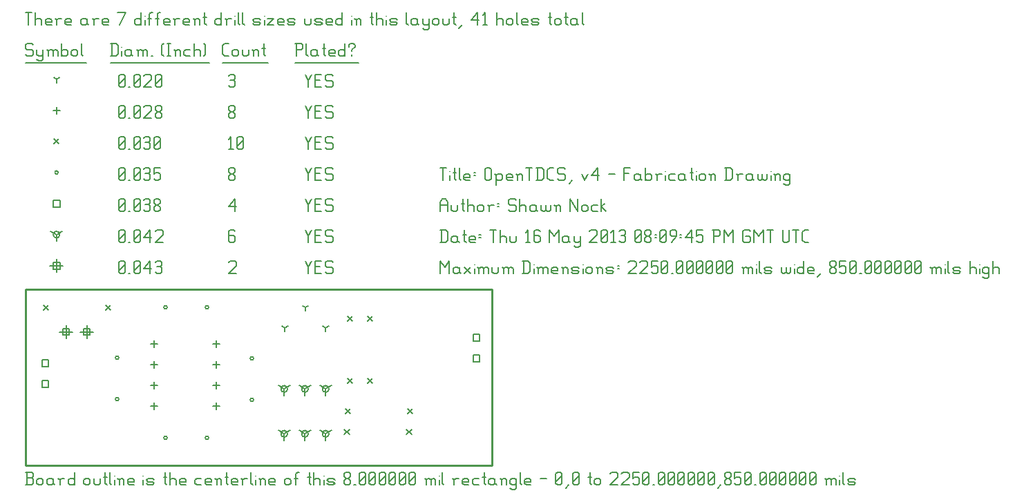
<source format=gbr>
G04 start of page 12 for group -3984 idx -3984 *
G04 Title: OpenTDCS, v4, fab *
G04 Creator: pcb 1.99z *
G04 CreationDate: Thu 16 May 2013 08:09:45 PM GMT UTC *
G04 For: nock *
G04 Format: Gerber/RS-274X *
G04 PCB-Dimensions (mil): 2250.00 850.00 *
G04 PCB-Coordinate-Origin: lower left *
%MOIN*%
%FSLAX25Y25*%
%LNFAB*%
%ADD70C,0.0100*%
%ADD69C,0.0075*%
%ADD68C,0.0060*%
%ADD67C,0.0080*%
G54D67*X19606Y67531D02*Y61131D01*
X16406Y64331D02*X22806D01*
X18006Y65931D02*X21206D01*
X18006D02*Y62731D01*
X21206D01*
Y65931D02*Y62731D01*
X29606Y67531D02*Y61131D01*
X26406Y64331D02*X32806D01*
X28006Y65931D02*X31206D01*
X28006D02*Y62731D01*
X31206D01*
Y65931D02*Y62731D01*
X15000Y99450D02*Y93050D01*
X11800Y96250D02*X18200D01*
X13400Y97850D02*X16600D01*
X13400D02*Y94650D01*
X16600D01*
Y97850D02*Y94650D01*
G54D68*X135000Y98500D02*X136500Y95500D01*
X138000Y98500D01*
X136500Y95500D02*Y92500D01*
X139800Y95800D02*X142050D01*
X139800Y92500D02*X142800D01*
X139800Y98500D02*Y92500D01*
Y98500D02*X142800D01*
X147600D02*X148350Y97750D01*
X145350Y98500D02*X147600D01*
X144600Y97750D02*X145350Y98500D01*
X144600Y97750D02*Y96250D01*
X145350Y95500D01*
X147600D01*
X148350Y94750D01*
Y93250D01*
X147600Y92500D02*X148350Y93250D01*
X145350Y92500D02*X147600D01*
X144600Y93250D02*X145350Y92500D01*
X98000Y97750D02*X98750Y98500D01*
X101000D01*
X101750Y97750D01*
Y96250D01*
X98000Y92500D02*X101750Y96250D01*
X98000Y92500D02*X101750D01*
X45000Y93250D02*X45750Y92500D01*
X45000Y97750D02*Y93250D01*
Y97750D02*X45750Y98500D01*
X47250D01*
X48000Y97750D01*
Y93250D01*
X47250Y92500D02*X48000Y93250D01*
X45750Y92500D02*X47250D01*
X45000Y94000D02*X48000Y97000D01*
X49800Y92500D02*X50550D01*
X52350Y93250D02*X53100Y92500D01*
X52350Y97750D02*Y93250D01*
Y97750D02*X53100Y98500D01*
X54600D01*
X55350Y97750D01*
Y93250D01*
X54600Y92500D02*X55350Y93250D01*
X53100Y92500D02*X54600D01*
X52350Y94000D02*X55350Y97000D01*
X57150Y94750D02*X60150Y98500D01*
X57150Y94750D02*X60900D01*
X60150Y98500D02*Y92500D01*
X62700Y97750D02*X63450Y98500D01*
X64950D01*
X65700Y97750D01*
X64950Y92500D02*X65700Y93250D01*
X63450Y92500D02*X64950D01*
X62700Y93250D02*X63450Y92500D01*
Y95800D02*X64950D01*
X65700Y97750D02*Y96550D01*
Y95050D02*Y93250D01*
Y95050D02*X64950Y95800D01*
X65700Y96550D02*X64950Y95800D01*
X124843Y36772D02*Y33572D01*
Y36772D02*X127616Y38372D01*
X124843Y36772D02*X122069Y38372D01*
X123243Y36772D02*G75*G03X126443Y36772I1600J0D01*G01*
G75*G03X123243Y36772I-1600J0D01*G01*
X134843D02*Y33572D01*
Y36772D02*X137616Y38372D01*
X134843Y36772D02*X132069Y38372D01*
X133243Y36772D02*G75*G03X136443Y36772I1600J0D01*G01*
G75*G03X133243Y36772I-1600J0D01*G01*
X144843D02*Y33572D01*
Y36772D02*X147616Y38372D01*
X144843Y36772D02*X142069Y38372D01*
X143243Y36772D02*G75*G03X146443Y36772I1600J0D01*G01*
G75*G03X143243Y36772I-1600J0D01*G01*
X144843Y15118D02*Y11918D01*
Y15118D02*X147616Y16718D01*
X144843Y15118D02*X142069Y16718D01*
X143243Y15118D02*G75*G03X146443Y15118I1600J0D01*G01*
G75*G03X143243Y15118I-1600J0D01*G01*
X134843D02*Y11918D01*
Y15118D02*X137616Y16718D01*
X134843Y15118D02*X132069Y16718D01*
X133243Y15118D02*G75*G03X136443Y15118I1600J0D01*G01*
G75*G03X133243Y15118I-1600J0D01*G01*
X124843D02*Y11918D01*
Y15118D02*X127616Y16718D01*
X124843Y15118D02*X122069Y16718D01*
X123243Y15118D02*G75*G03X126443Y15118I1600J0D01*G01*
G75*G03X123243Y15118I-1600J0D01*G01*
X15000Y111250D02*Y108050D01*
Y111250D02*X17773Y112850D01*
X15000Y111250D02*X12227Y112850D01*
X13400Y111250D02*G75*G03X16600Y111250I1600J0D01*G01*
G75*G03X13400Y111250I-1600J0D01*G01*
X135000Y113500D02*X136500Y110500D01*
X138000Y113500D01*
X136500Y110500D02*Y107500D01*
X139800Y110800D02*X142050D01*
X139800Y107500D02*X142800D01*
X139800Y113500D02*Y107500D01*
Y113500D02*X142800D01*
X147600D02*X148350Y112750D01*
X145350Y113500D02*X147600D01*
X144600Y112750D02*X145350Y113500D01*
X144600Y112750D02*Y111250D01*
X145350Y110500D01*
X147600D01*
X148350Y109750D01*
Y108250D01*
X147600Y107500D02*X148350Y108250D01*
X145350Y107500D02*X147600D01*
X144600Y108250D02*X145350Y107500D01*
X100250Y113500D02*X101000Y112750D01*
X98750Y113500D02*X100250D01*
X98000Y112750D02*X98750Y113500D01*
X98000Y112750D02*Y108250D01*
X98750Y107500D01*
X100250Y110800D02*X101000Y110050D01*
X98000Y110800D02*X100250D01*
X98750Y107500D02*X100250D01*
X101000Y108250D01*
Y110050D02*Y108250D01*
X45000D02*X45750Y107500D01*
X45000Y112750D02*Y108250D01*
Y112750D02*X45750Y113500D01*
X47250D01*
X48000Y112750D01*
Y108250D01*
X47250Y107500D02*X48000Y108250D01*
X45750Y107500D02*X47250D01*
X45000Y109000D02*X48000Y112000D01*
X49800Y107500D02*X50550D01*
X52350Y108250D02*X53100Y107500D01*
X52350Y112750D02*Y108250D01*
Y112750D02*X53100Y113500D01*
X54600D01*
X55350Y112750D01*
Y108250D01*
X54600Y107500D02*X55350Y108250D01*
X53100Y107500D02*X54600D01*
X52350Y109000D02*X55350Y112000D01*
X57150Y109750D02*X60150Y113500D01*
X57150Y109750D02*X60900D01*
X60150Y113500D02*Y107500D01*
X62700Y112750D02*X63450Y113500D01*
X65700D01*
X66450Y112750D01*
Y111250D01*
X62700Y107500D02*X66450Y111250D01*
X62700Y107500D02*X66450D01*
X215920Y53135D02*X219120D01*
X215920D02*Y49935D01*
X219120D01*
Y53135D02*Y49935D01*
X215920Y63135D02*X219120D01*
X215920D02*Y59935D01*
X219120D01*
Y63135D02*Y59935D01*
X7908Y50695D02*X11108D01*
X7908D02*Y47495D01*
X11108D01*
Y50695D02*Y47495D01*
X7908Y40695D02*X11108D01*
X7908D02*Y37495D01*
X11108D01*
Y40695D02*Y37495D01*
X13400Y127850D02*X16600D01*
X13400D02*Y124650D01*
X16600D01*
Y127850D02*Y124650D01*
X135000Y128500D02*X136500Y125500D01*
X138000Y128500D01*
X136500Y125500D02*Y122500D01*
X139800Y125800D02*X142050D01*
X139800Y122500D02*X142800D01*
X139800Y128500D02*Y122500D01*
Y128500D02*X142800D01*
X147600D02*X148350Y127750D01*
X145350Y128500D02*X147600D01*
X144600Y127750D02*X145350Y128500D01*
X144600Y127750D02*Y126250D01*
X145350Y125500D01*
X147600D01*
X148350Y124750D01*
Y123250D01*
X147600Y122500D02*X148350Y123250D01*
X145350Y122500D02*X147600D01*
X144600Y123250D02*X145350Y122500D01*
X98000Y124750D02*X101000Y128500D01*
X98000Y124750D02*X101750D01*
X101000Y128500D02*Y122500D01*
X45000Y123250D02*X45750Y122500D01*
X45000Y127750D02*Y123250D01*
Y127750D02*X45750Y128500D01*
X47250D01*
X48000Y127750D01*
Y123250D01*
X47250Y122500D02*X48000Y123250D01*
X45750Y122500D02*X47250D01*
X45000Y124000D02*X48000Y127000D01*
X49800Y122500D02*X50550D01*
X52350Y123250D02*X53100Y122500D01*
X52350Y127750D02*Y123250D01*
Y127750D02*X53100Y128500D01*
X54600D01*
X55350Y127750D01*
Y123250D01*
X54600Y122500D02*X55350Y123250D01*
X53100Y122500D02*X54600D01*
X52350Y124000D02*X55350Y127000D01*
X57150Y127750D02*X57900Y128500D01*
X59400D01*
X60150Y127750D01*
X59400Y122500D02*X60150Y123250D01*
X57900Y122500D02*X59400D01*
X57150Y123250D02*X57900Y122500D01*
Y125800D02*X59400D01*
X60150Y127750D02*Y126550D01*
Y125050D02*Y123250D01*
Y125050D02*X59400Y125800D01*
X60150Y126550D02*X59400Y125800D01*
X61950Y123250D02*X62700Y122500D01*
X61950Y124450D02*Y123250D01*
Y124450D02*X63000Y125500D01*
X63900D01*
X64950Y124450D01*
Y123250D01*
X64200Y122500D02*X64950Y123250D01*
X62700Y122500D02*X64200D01*
X61950Y126550D02*X63000Y125500D01*
X61950Y127750D02*Y126550D01*
Y127750D02*X62700Y128500D01*
X64200D01*
X64950Y127750D01*
Y126550D01*
X63900Y125500D02*X64950Y126550D01*
X108452Y51535D02*G75*G03X110052Y51535I800J0D01*G01*
G75*G03X108452Y51535I-800J0D01*G01*
Y31535D02*G75*G03X110052Y31535I800J0D01*G01*
G75*G03X108452Y31535I-800J0D01*G01*
X43491Y31850D02*G75*G03X45091Y31850I800J0D01*G01*
G75*G03X43491Y31850I-800J0D01*G01*
Y51850D02*G75*G03X45091Y51850I800J0D01*G01*
G75*G03X43491Y51850I-800J0D01*G01*
X86798Y76142D02*G75*G03X88398Y76142I800J0D01*G01*
G75*G03X86798Y76142I-800J0D01*G01*
X66798D02*G75*G03X68398Y76142I800J0D01*G01*
G75*G03X66798Y76142I-800J0D01*G01*
X86798Y13150D02*G75*G03X88398Y13150I800J0D01*G01*
G75*G03X86798Y13150I-800J0D01*G01*
X66798D02*G75*G03X68398Y13150I800J0D01*G01*
G75*G03X66798Y13150I-800J0D01*G01*
X14200Y141250D02*G75*G03X15800Y141250I800J0D01*G01*
G75*G03X14200Y141250I-800J0D01*G01*
X135000Y143500D02*X136500Y140500D01*
X138000Y143500D01*
X136500Y140500D02*Y137500D01*
X139800Y140800D02*X142050D01*
X139800Y137500D02*X142800D01*
X139800Y143500D02*Y137500D01*
Y143500D02*X142800D01*
X147600D02*X148350Y142750D01*
X145350Y143500D02*X147600D01*
X144600Y142750D02*X145350Y143500D01*
X144600Y142750D02*Y141250D01*
X145350Y140500D01*
X147600D01*
X148350Y139750D01*
Y138250D01*
X147600Y137500D02*X148350Y138250D01*
X145350Y137500D02*X147600D01*
X144600Y138250D02*X145350Y137500D01*
X98000Y138250D02*X98750Y137500D01*
X98000Y139450D02*Y138250D01*
Y139450D02*X99050Y140500D01*
X99950D01*
X101000Y139450D01*
Y138250D01*
X100250Y137500D02*X101000Y138250D01*
X98750Y137500D02*X100250D01*
X98000Y141550D02*X99050Y140500D01*
X98000Y142750D02*Y141550D01*
Y142750D02*X98750Y143500D01*
X100250D01*
X101000Y142750D01*
Y141550D01*
X99950Y140500D02*X101000Y141550D01*
X45000Y138250D02*X45750Y137500D01*
X45000Y142750D02*Y138250D01*
Y142750D02*X45750Y143500D01*
X47250D01*
X48000Y142750D01*
Y138250D01*
X47250Y137500D02*X48000Y138250D01*
X45750Y137500D02*X47250D01*
X45000Y139000D02*X48000Y142000D01*
X49800Y137500D02*X50550D01*
X52350Y138250D02*X53100Y137500D01*
X52350Y142750D02*Y138250D01*
Y142750D02*X53100Y143500D01*
X54600D01*
X55350Y142750D01*
Y138250D01*
X54600Y137500D02*X55350Y138250D01*
X53100Y137500D02*X54600D01*
X52350Y139000D02*X55350Y142000D01*
X57150Y142750D02*X57900Y143500D01*
X59400D01*
X60150Y142750D01*
X59400Y137500D02*X60150Y138250D01*
X57900Y137500D02*X59400D01*
X57150Y138250D02*X57900Y137500D01*
Y140800D02*X59400D01*
X60150Y142750D02*Y141550D01*
Y140050D02*Y138250D01*
Y140050D02*X59400Y140800D01*
X60150Y141550D02*X59400Y140800D01*
X61950Y143500D02*X64950D01*
X61950D02*Y140500D01*
X62700Y141250D01*
X64200D01*
X64950Y140500D01*
Y138250D01*
X64200Y137500D02*X64950Y138250D01*
X62700Y137500D02*X64200D01*
X61950Y138250D02*X62700Y137500D01*
X8643Y77342D02*X11043Y74942D01*
X8643D02*X11043Y77342D01*
X38643D02*X41043Y74942D01*
X38643D02*X41043Y77342D01*
X155296Y41909D02*X157696Y39509D01*
X155296D02*X157696Y41909D01*
X155296Y71909D02*X157696Y69509D01*
X155296D02*X157696Y71909D01*
X165139D02*X167539Y69509D01*
X165139D02*X167539Y71909D01*
X165139Y41909D02*X167539Y39509D01*
X165139D02*X167539Y41909D01*
X183839Y17302D02*X186239Y14902D01*
X183839D02*X186239Y17302D01*
X153839D02*X156239Y14902D01*
X153839D02*X156239Y17302D01*
X154312Y27145D02*X156712Y24745D01*
X154312D02*X156712Y27145D01*
X184312D02*X186712Y24745D01*
X184312D02*X186712Y27145D01*
X13800Y157450D02*X16200Y155050D01*
X13800D02*X16200Y157450D01*
X135000Y158500D02*X136500Y155500D01*
X138000Y158500D01*
X136500Y155500D02*Y152500D01*
X139800Y155800D02*X142050D01*
X139800Y152500D02*X142800D01*
X139800Y158500D02*Y152500D01*
Y158500D02*X142800D01*
X147600D02*X148350Y157750D01*
X145350Y158500D02*X147600D01*
X144600Y157750D02*X145350Y158500D01*
X144600Y157750D02*Y156250D01*
X145350Y155500D01*
X147600D01*
X148350Y154750D01*
Y153250D01*
X147600Y152500D02*X148350Y153250D01*
X145350Y152500D02*X147600D01*
X144600Y153250D02*X145350Y152500D01*
X98000Y157300D02*X99200Y158500D01*
Y152500D01*
X98000D02*X100250D01*
X102050Y153250D02*X102800Y152500D01*
X102050Y157750D02*Y153250D01*
Y157750D02*X102800Y158500D01*
X104300D01*
X105050Y157750D01*
Y153250D01*
X104300Y152500D02*X105050Y153250D01*
X102800Y152500D02*X104300D01*
X102050Y154000D02*X105050Y157000D01*
X45000Y153250D02*X45750Y152500D01*
X45000Y157750D02*Y153250D01*
Y157750D02*X45750Y158500D01*
X47250D01*
X48000Y157750D01*
Y153250D01*
X47250Y152500D02*X48000Y153250D01*
X45750Y152500D02*X47250D01*
X45000Y154000D02*X48000Y157000D01*
X49800Y152500D02*X50550D01*
X52350Y153250D02*X53100Y152500D01*
X52350Y157750D02*Y153250D01*
Y157750D02*X53100Y158500D01*
X54600D01*
X55350Y157750D01*
Y153250D01*
X54600Y152500D02*X55350Y153250D01*
X53100Y152500D02*X54600D01*
X52350Y154000D02*X55350Y157000D01*
X57150Y157750D02*X57900Y158500D01*
X59400D01*
X60150Y157750D01*
X59400Y152500D02*X60150Y153250D01*
X57900Y152500D02*X59400D01*
X57150Y153250D02*X57900Y152500D01*
Y155800D02*X59400D01*
X60150Y157750D02*Y156550D01*
Y155050D02*Y153250D01*
Y155050D02*X59400Y155800D01*
X60150Y156550D02*X59400Y155800D01*
X61950Y153250D02*X62700Y152500D01*
X61950Y157750D02*Y153250D01*
Y157750D02*X62700Y158500D01*
X64200D01*
X64950Y157750D01*
Y153250D01*
X64200Y152500D02*X64950Y153250D01*
X62700Y152500D02*X64200D01*
X61950Y154000D02*X64950Y157000D01*
X62008Y60025D02*Y56825D01*
X60408Y58425D02*X63608D01*
X62008Y50025D02*Y46825D01*
X60408Y48425D02*X63608D01*
X62008Y40025D02*Y36825D01*
X60408Y38425D02*X63608D01*
X62008Y30025D02*Y26825D01*
X60408Y28425D02*X63608D01*
X92008Y30025D02*Y26825D01*
X90408Y28425D02*X93608D01*
X92008Y40025D02*Y36825D01*
X90408Y38425D02*X93608D01*
X92008Y50025D02*Y46825D01*
X90408Y48425D02*X93608D01*
X92008Y60025D02*Y56825D01*
X90408Y58425D02*X93608D01*
X15000Y172850D02*Y169650D01*
X13400Y171250D02*X16600D01*
X135000Y173500D02*X136500Y170500D01*
X138000Y173500D01*
X136500Y170500D02*Y167500D01*
X139800Y170800D02*X142050D01*
X139800Y167500D02*X142800D01*
X139800Y173500D02*Y167500D01*
Y173500D02*X142800D01*
X147600D02*X148350Y172750D01*
X145350Y173500D02*X147600D01*
X144600Y172750D02*X145350Y173500D01*
X144600Y172750D02*Y171250D01*
X145350Y170500D01*
X147600D01*
X148350Y169750D01*
Y168250D01*
X147600Y167500D02*X148350Y168250D01*
X145350Y167500D02*X147600D01*
X144600Y168250D02*X145350Y167500D01*
X98000Y168250D02*X98750Y167500D01*
X98000Y169450D02*Y168250D01*
Y169450D02*X99050Y170500D01*
X99950D01*
X101000Y169450D01*
Y168250D01*
X100250Y167500D02*X101000Y168250D01*
X98750Y167500D02*X100250D01*
X98000Y171550D02*X99050Y170500D01*
X98000Y172750D02*Y171550D01*
Y172750D02*X98750Y173500D01*
X100250D01*
X101000Y172750D01*
Y171550D01*
X99950Y170500D02*X101000Y171550D01*
X45000Y168250D02*X45750Y167500D01*
X45000Y172750D02*Y168250D01*
Y172750D02*X45750Y173500D01*
X47250D01*
X48000Y172750D01*
Y168250D01*
X47250Y167500D02*X48000Y168250D01*
X45750Y167500D02*X47250D01*
X45000Y169000D02*X48000Y172000D01*
X49800Y167500D02*X50550D01*
X52350Y168250D02*X53100Y167500D01*
X52350Y172750D02*Y168250D01*
Y172750D02*X53100Y173500D01*
X54600D01*
X55350Y172750D01*
Y168250D01*
X54600Y167500D02*X55350Y168250D01*
X53100Y167500D02*X54600D01*
X52350Y169000D02*X55350Y172000D01*
X57150Y172750D02*X57900Y173500D01*
X60150D01*
X60900Y172750D01*
Y171250D01*
X57150Y167500D02*X60900Y171250D01*
X57150Y167500D02*X60900D01*
X62700Y168250D02*X63450Y167500D01*
X62700Y169450D02*Y168250D01*
Y169450D02*X63750Y170500D01*
X64650D01*
X65700Y169450D01*
Y168250D01*
X64950Y167500D02*X65700Y168250D01*
X63450Y167500D02*X64950D01*
X62700Y171550D02*X63750Y170500D01*
X62700Y172750D02*Y171550D01*
Y172750D02*X63450Y173500D01*
X64950D01*
X65700Y172750D01*
Y171550D01*
X64650Y170500D02*X65700Y171550D01*
X125190Y66235D02*Y64635D01*
Y66235D02*X126577Y67035D01*
X125190Y66235D02*X123803Y67035D01*
X144875Y66235D02*Y64635D01*
Y66235D02*X146262Y67035D01*
X144875Y66235D02*X143489Y67035D01*
X135033Y76078D02*Y74478D01*
Y76078D02*X136419Y76878D01*
X135033Y76078D02*X133646Y76878D01*
X15000Y186250D02*Y184650D01*
Y186250D02*X16387Y187050D01*
X15000Y186250D02*X13613Y187050D01*
X135000Y188500D02*X136500Y185500D01*
X138000Y188500D01*
X136500Y185500D02*Y182500D01*
X139800Y185800D02*X142050D01*
X139800Y182500D02*X142800D01*
X139800Y188500D02*Y182500D01*
Y188500D02*X142800D01*
X147600D02*X148350Y187750D01*
X145350Y188500D02*X147600D01*
X144600Y187750D02*X145350Y188500D01*
X144600Y187750D02*Y186250D01*
X145350Y185500D01*
X147600D01*
X148350Y184750D01*
Y183250D01*
X147600Y182500D02*X148350Y183250D01*
X145350Y182500D02*X147600D01*
X144600Y183250D02*X145350Y182500D01*
X98000Y187750D02*X98750Y188500D01*
X100250D01*
X101000Y187750D01*
X100250Y182500D02*X101000Y183250D01*
X98750Y182500D02*X100250D01*
X98000Y183250D02*X98750Y182500D01*
Y185800D02*X100250D01*
X101000Y187750D02*Y186550D01*
Y185050D02*Y183250D01*
Y185050D02*X100250Y185800D01*
X101000Y186550D02*X100250Y185800D01*
X45000Y183250D02*X45750Y182500D01*
X45000Y187750D02*Y183250D01*
Y187750D02*X45750Y188500D01*
X47250D01*
X48000Y187750D01*
Y183250D01*
X47250Y182500D02*X48000Y183250D01*
X45750Y182500D02*X47250D01*
X45000Y184000D02*X48000Y187000D01*
X49800Y182500D02*X50550D01*
X52350Y183250D02*X53100Y182500D01*
X52350Y187750D02*Y183250D01*
Y187750D02*X53100Y188500D01*
X54600D01*
X55350Y187750D01*
Y183250D01*
X54600Y182500D02*X55350Y183250D01*
X53100Y182500D02*X54600D01*
X52350Y184000D02*X55350Y187000D01*
X57150Y187750D02*X57900Y188500D01*
X60150D01*
X60900Y187750D01*
Y186250D01*
X57150Y182500D02*X60900Y186250D01*
X57150Y182500D02*X60900D01*
X62700Y183250D02*X63450Y182500D01*
X62700Y187750D02*Y183250D01*
Y187750D02*X63450Y188500D01*
X64950D01*
X65700Y187750D01*
Y183250D01*
X64950Y182500D02*X65700Y183250D01*
X63450Y182500D02*X64950D01*
X62700Y184000D02*X65700Y187000D01*
X3000Y203500D02*X3750Y202750D01*
X750Y203500D02*X3000D01*
X0Y202750D02*X750Y203500D01*
X0Y202750D02*Y201250D01*
X750Y200500D01*
X3000D01*
X3750Y199750D01*
Y198250D01*
X3000Y197500D02*X3750Y198250D01*
X750Y197500D02*X3000D01*
X0Y198250D02*X750Y197500D01*
X5550Y200500D02*Y198250D01*
X6300Y197500D01*
X8550Y200500D02*Y196000D01*
X7800Y195250D02*X8550Y196000D01*
X6300Y195250D02*X7800D01*
X5550Y196000D02*X6300Y195250D01*
Y197500D02*X7800D01*
X8550Y198250D01*
X11100Y199750D02*Y197500D01*
Y199750D02*X11850Y200500D01*
X12600D01*
X13350Y199750D01*
Y197500D01*
Y199750D02*X14100Y200500D01*
X14850D01*
X15600Y199750D01*
Y197500D01*
X10350Y200500D02*X11100Y199750D01*
X17400Y203500D02*Y197500D01*
Y198250D02*X18150Y197500D01*
X19650D01*
X20400Y198250D01*
Y199750D02*Y198250D01*
X19650Y200500D02*X20400Y199750D01*
X18150Y200500D02*X19650D01*
X17400Y199750D02*X18150Y200500D01*
X22200Y199750D02*Y198250D01*
Y199750D02*X22950Y200500D01*
X24450D01*
X25200Y199750D01*
Y198250D01*
X24450Y197500D02*X25200Y198250D01*
X22950Y197500D02*X24450D01*
X22200Y198250D02*X22950Y197500D01*
X27000Y203500D02*Y198250D01*
X27750Y197500D01*
X0Y194250D02*X29250D01*
X41750Y203500D02*Y197500D01*
X43700Y203500D02*X44750Y202450D01*
Y198550D01*
X43700Y197500D02*X44750Y198550D01*
X41000Y197500D02*X43700D01*
X41000Y203500D02*X43700D01*
G54D69*X46550Y202000D02*Y201850D01*
G54D68*Y199750D02*Y197500D01*
X50300Y200500D02*X51050Y199750D01*
X48800Y200500D02*X50300D01*
X48050Y199750D02*X48800Y200500D01*
X48050Y199750D02*Y198250D01*
X48800Y197500D01*
X51050Y200500D02*Y198250D01*
X51800Y197500D01*
X48800D02*X50300D01*
X51050Y198250D01*
X54350Y199750D02*Y197500D01*
Y199750D02*X55100Y200500D01*
X55850D01*
X56600Y199750D01*
Y197500D01*
Y199750D02*X57350Y200500D01*
X58100D01*
X58850Y199750D01*
Y197500D01*
X53600Y200500D02*X54350Y199750D01*
X60650Y197500D02*X61400D01*
X65900Y198250D02*X66650Y197500D01*
X65900Y202750D02*X66650Y203500D01*
X65900Y202750D02*Y198250D01*
X68450Y203500D02*X69950D01*
X69200D02*Y197500D01*
X68450D02*X69950D01*
X72500Y199750D02*Y197500D01*
Y199750D02*X73250Y200500D01*
X74000D01*
X74750Y199750D01*
Y197500D01*
X71750Y200500D02*X72500Y199750D01*
X77300Y200500D02*X79550D01*
X76550Y199750D02*X77300Y200500D01*
X76550Y199750D02*Y198250D01*
X77300Y197500D01*
X79550D01*
X81350Y203500D02*Y197500D01*
Y199750D02*X82100Y200500D01*
X83600D01*
X84350Y199750D01*
Y197500D01*
X86150Y203500D02*X86900Y202750D01*
Y198250D01*
X86150Y197500D02*X86900Y198250D01*
X41000Y194250D02*X88700D01*
X96050Y197500D02*X98000D01*
X95000Y198550D02*X96050Y197500D01*
X95000Y202450D02*Y198550D01*
Y202450D02*X96050Y203500D01*
X98000D01*
X99800Y199750D02*Y198250D01*
Y199750D02*X100550Y200500D01*
X102050D01*
X102800Y199750D01*
Y198250D01*
X102050Y197500D02*X102800Y198250D01*
X100550Y197500D02*X102050D01*
X99800Y198250D02*X100550Y197500D01*
X104600Y200500D02*Y198250D01*
X105350Y197500D01*
X106850D01*
X107600Y198250D01*
Y200500D02*Y198250D01*
X110150Y199750D02*Y197500D01*
Y199750D02*X110900Y200500D01*
X111650D01*
X112400Y199750D01*
Y197500D01*
X109400Y200500D02*X110150Y199750D01*
X114950Y203500D02*Y198250D01*
X115700Y197500D01*
X114200Y201250D02*X115700D01*
X95000Y194250D02*X117200D01*
X130750Y203500D02*Y197500D01*
X130000Y203500D02*X133000D01*
X133750Y202750D01*
Y201250D01*
X133000Y200500D02*X133750Y201250D01*
X130750Y200500D02*X133000D01*
X135550Y203500D02*Y198250D01*
X136300Y197500D01*
X140050Y200500D02*X140800Y199750D01*
X138550Y200500D02*X140050D01*
X137800Y199750D02*X138550Y200500D01*
X137800Y199750D02*Y198250D01*
X138550Y197500D01*
X140800Y200500D02*Y198250D01*
X141550Y197500D01*
X138550D02*X140050D01*
X140800Y198250D01*
X144100Y203500D02*Y198250D01*
X144850Y197500D01*
X143350Y201250D02*X144850D01*
X147100Y197500D02*X149350D01*
X146350Y198250D02*X147100Y197500D01*
X146350Y199750D02*Y198250D01*
Y199750D02*X147100Y200500D01*
X148600D01*
X149350Y199750D01*
X146350Y199000D02*X149350D01*
Y199750D02*Y199000D01*
X154150Y203500D02*Y197500D01*
X153400D02*X154150Y198250D01*
X151900Y197500D02*X153400D01*
X151150Y198250D02*X151900Y197500D01*
X151150Y199750D02*Y198250D01*
Y199750D02*X151900Y200500D01*
X153400D01*
X154150Y199750D01*
X157450Y200500D02*Y199750D01*
Y198250D02*Y197500D01*
X155950Y202750D02*Y202000D01*
Y202750D02*X156700Y203500D01*
X158200D01*
X158950Y202750D01*
Y202000D01*
X157450Y200500D02*X158950Y202000D01*
X130000Y194250D02*X160750D01*
X0Y218500D02*X3000D01*
X1500D02*Y212500D01*
X4800Y218500D02*Y212500D01*
Y214750D02*X5550Y215500D01*
X7050D01*
X7800Y214750D01*
Y212500D01*
X10350D02*X12600D01*
X9600Y213250D02*X10350Y212500D01*
X9600Y214750D02*Y213250D01*
Y214750D02*X10350Y215500D01*
X11850D01*
X12600Y214750D01*
X9600Y214000D02*X12600D01*
Y214750D02*Y214000D01*
X15150Y214750D02*Y212500D01*
Y214750D02*X15900Y215500D01*
X17400D01*
X14400D02*X15150Y214750D01*
X19950Y212500D02*X22200D01*
X19200Y213250D02*X19950Y212500D01*
X19200Y214750D02*Y213250D01*
Y214750D02*X19950Y215500D01*
X21450D01*
X22200Y214750D01*
X19200Y214000D02*X22200D01*
Y214750D02*Y214000D01*
X28950Y215500D02*X29700Y214750D01*
X27450Y215500D02*X28950D01*
X26700Y214750D02*X27450Y215500D01*
X26700Y214750D02*Y213250D01*
X27450Y212500D01*
X29700Y215500D02*Y213250D01*
X30450Y212500D01*
X27450D02*X28950D01*
X29700Y213250D01*
X33000Y214750D02*Y212500D01*
Y214750D02*X33750Y215500D01*
X35250D01*
X32250D02*X33000Y214750D01*
X37800Y212500D02*X40050D01*
X37050Y213250D02*X37800Y212500D01*
X37050Y214750D02*Y213250D01*
Y214750D02*X37800Y215500D01*
X39300D01*
X40050Y214750D01*
X37050Y214000D02*X40050D01*
Y214750D02*Y214000D01*
X45300Y212500D02*X48300Y218500D01*
X44550D02*X48300D01*
X55800D02*Y212500D01*
X55050D02*X55800Y213250D01*
X53550Y212500D02*X55050D01*
X52800Y213250D02*X53550Y212500D01*
X52800Y214750D02*Y213250D01*
Y214750D02*X53550Y215500D01*
X55050D01*
X55800Y214750D01*
G54D69*X57600Y217000D02*Y216850D01*
G54D68*Y214750D02*Y212500D01*
X59850Y217750D02*Y212500D01*
Y217750D02*X60600Y218500D01*
X61350D01*
X59100Y215500D02*X60600D01*
X63600Y217750D02*Y212500D01*
Y217750D02*X64350Y218500D01*
X65100D01*
X62850Y215500D02*X64350D01*
X67350Y212500D02*X69600D01*
X66600Y213250D02*X67350Y212500D01*
X66600Y214750D02*Y213250D01*
Y214750D02*X67350Y215500D01*
X68850D01*
X69600Y214750D01*
X66600Y214000D02*X69600D01*
Y214750D02*Y214000D01*
X72150Y214750D02*Y212500D01*
Y214750D02*X72900Y215500D01*
X74400D01*
X71400D02*X72150Y214750D01*
X76950Y212500D02*X79200D01*
X76200Y213250D02*X76950Y212500D01*
X76200Y214750D02*Y213250D01*
Y214750D02*X76950Y215500D01*
X78450D01*
X79200Y214750D01*
X76200Y214000D02*X79200D01*
Y214750D02*Y214000D01*
X81750Y214750D02*Y212500D01*
Y214750D02*X82500Y215500D01*
X83250D01*
X84000Y214750D01*
Y212500D01*
X81000Y215500D02*X81750Y214750D01*
X86550Y218500D02*Y213250D01*
X87300Y212500D01*
X85800Y216250D02*X87300D01*
X94500Y218500D02*Y212500D01*
X93750D02*X94500Y213250D01*
X92250Y212500D02*X93750D01*
X91500Y213250D02*X92250Y212500D01*
X91500Y214750D02*Y213250D01*
Y214750D02*X92250Y215500D01*
X93750D01*
X94500Y214750D01*
X97050D02*Y212500D01*
Y214750D02*X97800Y215500D01*
X99300D01*
X96300D02*X97050Y214750D01*
G54D69*X101100Y217000D02*Y216850D01*
G54D68*Y214750D02*Y212500D01*
X102600Y218500D02*Y213250D01*
X103350Y212500D01*
X104850Y218500D02*Y213250D01*
X105600Y212500D01*
X110550D02*X112800D01*
X113550Y213250D01*
X112800Y214000D02*X113550Y213250D01*
X110550Y214000D02*X112800D01*
X109800Y214750D02*X110550Y214000D01*
X109800Y214750D02*X110550Y215500D01*
X112800D01*
X113550Y214750D01*
X109800Y213250D02*X110550Y212500D01*
G54D69*X115350Y217000D02*Y216850D01*
G54D68*Y214750D02*Y212500D01*
X116850Y215500D02*X119850D01*
X116850Y212500D02*X119850Y215500D01*
X116850Y212500D02*X119850D01*
X122400D02*X124650D01*
X121650Y213250D02*X122400Y212500D01*
X121650Y214750D02*Y213250D01*
Y214750D02*X122400Y215500D01*
X123900D01*
X124650Y214750D01*
X121650Y214000D02*X124650D01*
Y214750D02*Y214000D01*
X127200Y212500D02*X129450D01*
X130200Y213250D01*
X129450Y214000D02*X130200Y213250D01*
X127200Y214000D02*X129450D01*
X126450Y214750D02*X127200Y214000D01*
X126450Y214750D02*X127200Y215500D01*
X129450D01*
X130200Y214750D01*
X126450Y213250D02*X127200Y212500D01*
X134700Y215500D02*Y213250D01*
X135450Y212500D01*
X136950D01*
X137700Y213250D01*
Y215500D02*Y213250D01*
X140250Y212500D02*X142500D01*
X143250Y213250D01*
X142500Y214000D02*X143250Y213250D01*
X140250Y214000D02*X142500D01*
X139500Y214750D02*X140250Y214000D01*
X139500Y214750D02*X140250Y215500D01*
X142500D01*
X143250Y214750D01*
X139500Y213250D02*X140250Y212500D01*
X145800D02*X148050D01*
X145050Y213250D02*X145800Y212500D01*
X145050Y214750D02*Y213250D01*
Y214750D02*X145800Y215500D01*
X147300D01*
X148050Y214750D01*
X145050Y214000D02*X148050D01*
Y214750D02*Y214000D01*
X152850Y218500D02*Y212500D01*
X152100D02*X152850Y213250D01*
X150600Y212500D02*X152100D01*
X149850Y213250D02*X150600Y212500D01*
X149850Y214750D02*Y213250D01*
Y214750D02*X150600Y215500D01*
X152100D01*
X152850Y214750D01*
G54D69*X157350Y217000D02*Y216850D01*
G54D68*Y214750D02*Y212500D01*
X159600Y214750D02*Y212500D01*
Y214750D02*X160350Y215500D01*
X161100D01*
X161850Y214750D01*
Y212500D01*
X158850Y215500D02*X159600Y214750D01*
X167100Y218500D02*Y213250D01*
X167850Y212500D01*
X166350Y216250D02*X167850D01*
X169350Y218500D02*Y212500D01*
Y214750D02*X170100Y215500D01*
X171600D01*
X172350Y214750D01*
Y212500D01*
G54D69*X174150Y217000D02*Y216850D01*
G54D68*Y214750D02*Y212500D01*
X176400D02*X178650D01*
X179400Y213250D01*
X178650Y214000D02*X179400Y213250D01*
X176400Y214000D02*X178650D01*
X175650Y214750D02*X176400Y214000D01*
X175650Y214750D02*X176400Y215500D01*
X178650D01*
X179400Y214750D01*
X175650Y213250D02*X176400Y212500D01*
X183900Y218500D02*Y213250D01*
X184650Y212500D01*
X188400Y215500D02*X189150Y214750D01*
X186900Y215500D02*X188400D01*
X186150Y214750D02*X186900Y215500D01*
X186150Y214750D02*Y213250D01*
X186900Y212500D01*
X189150Y215500D02*Y213250D01*
X189900Y212500D01*
X186900D02*X188400D01*
X189150Y213250D01*
X191700Y215500D02*Y213250D01*
X192450Y212500D01*
X194700Y215500D02*Y211000D01*
X193950Y210250D02*X194700Y211000D01*
X192450Y210250D02*X193950D01*
X191700Y211000D02*X192450Y210250D01*
Y212500D02*X193950D01*
X194700Y213250D01*
X196500Y214750D02*Y213250D01*
Y214750D02*X197250Y215500D01*
X198750D01*
X199500Y214750D01*
Y213250D01*
X198750Y212500D02*X199500Y213250D01*
X197250Y212500D02*X198750D01*
X196500Y213250D02*X197250Y212500D01*
X201300Y215500D02*Y213250D01*
X202050Y212500D01*
X203550D01*
X204300Y213250D01*
Y215500D02*Y213250D01*
X206850Y218500D02*Y213250D01*
X207600Y212500D01*
X206100Y216250D02*X207600D01*
X209100Y211000D02*X210600Y212500D01*
X215100Y214750D02*X218100Y218500D01*
X215100Y214750D02*X218850D01*
X218100Y218500D02*Y212500D01*
X220650Y217300D02*X221850Y218500D01*
Y212500D01*
X220650D02*X222900D01*
X227400Y218500D02*Y212500D01*
Y214750D02*X228150Y215500D01*
X229650D01*
X230400Y214750D01*
Y212500D01*
X232200Y214750D02*Y213250D01*
Y214750D02*X232950Y215500D01*
X234450D01*
X235200Y214750D01*
Y213250D01*
X234450Y212500D02*X235200Y213250D01*
X232950Y212500D02*X234450D01*
X232200Y213250D02*X232950Y212500D01*
X237000Y218500D02*Y213250D01*
X237750Y212500D01*
X240000D02*X242250D01*
X239250Y213250D02*X240000Y212500D01*
X239250Y214750D02*Y213250D01*
Y214750D02*X240000Y215500D01*
X241500D01*
X242250Y214750D01*
X239250Y214000D02*X242250D01*
Y214750D02*Y214000D01*
X244800Y212500D02*X247050D01*
X247800Y213250D01*
X247050Y214000D02*X247800Y213250D01*
X244800Y214000D02*X247050D01*
X244050Y214750D02*X244800Y214000D01*
X244050Y214750D02*X244800Y215500D01*
X247050D01*
X247800Y214750D01*
X244050Y213250D02*X244800Y212500D01*
X253050Y218500D02*Y213250D01*
X253800Y212500D01*
X252300Y216250D02*X253800D01*
X255300Y214750D02*Y213250D01*
Y214750D02*X256050Y215500D01*
X257550D01*
X258300Y214750D01*
Y213250D01*
X257550Y212500D02*X258300Y213250D01*
X256050Y212500D02*X257550D01*
X255300Y213250D02*X256050Y212500D01*
X260850Y218500D02*Y213250D01*
X261600Y212500D01*
X260100Y216250D02*X261600D01*
X265350Y215500D02*X266100Y214750D01*
X263850Y215500D02*X265350D01*
X263100Y214750D02*X263850Y215500D01*
X263100Y214750D02*Y213250D01*
X263850Y212500D01*
X266100Y215500D02*Y213250D01*
X266850Y212500D01*
X263850D02*X265350D01*
X266100Y213250D01*
X268650Y218500D02*Y213250D01*
X269400Y212500D01*
G54D70*X0Y85000D02*X225000D01*
X0D02*Y0D01*
X225000Y85000D02*Y0D01*
X0D02*X225000D01*
G54D68*X200000Y98500D02*Y92500D01*
Y98500D02*X202250Y95500D01*
X204500Y98500D01*
Y92500D01*
X208550Y95500D02*X209300Y94750D01*
X207050Y95500D02*X208550D01*
X206300Y94750D02*X207050Y95500D01*
X206300Y94750D02*Y93250D01*
X207050Y92500D01*
X209300Y95500D02*Y93250D01*
X210050Y92500D01*
X207050D02*X208550D01*
X209300Y93250D01*
X211850Y95500D02*X214850Y92500D01*
X211850D02*X214850Y95500D01*
G54D69*X216650Y97000D02*Y96850D01*
G54D68*Y94750D02*Y92500D01*
X218900Y94750D02*Y92500D01*
Y94750D02*X219650Y95500D01*
X220400D01*
X221150Y94750D01*
Y92500D01*
Y94750D02*X221900Y95500D01*
X222650D01*
X223400Y94750D01*
Y92500D01*
X218150Y95500D02*X218900Y94750D01*
X225200Y95500D02*Y93250D01*
X225950Y92500D01*
X227450D01*
X228200Y93250D01*
Y95500D02*Y93250D01*
X230750Y94750D02*Y92500D01*
Y94750D02*X231500Y95500D01*
X232250D01*
X233000Y94750D01*
Y92500D01*
Y94750D02*X233750Y95500D01*
X234500D01*
X235250Y94750D01*
Y92500D01*
X230000Y95500D02*X230750Y94750D01*
X240500Y98500D02*Y92500D01*
X242450Y98500D02*X243500Y97450D01*
Y93550D01*
X242450Y92500D02*X243500Y93550D01*
X239750Y92500D02*X242450D01*
X239750Y98500D02*X242450D01*
G54D69*X245300Y97000D02*Y96850D01*
G54D68*Y94750D02*Y92500D01*
X247550Y94750D02*Y92500D01*
Y94750D02*X248300Y95500D01*
X249050D01*
X249800Y94750D01*
Y92500D01*
Y94750D02*X250550Y95500D01*
X251300D01*
X252050Y94750D01*
Y92500D01*
X246800Y95500D02*X247550Y94750D01*
X254600Y92500D02*X256850D01*
X253850Y93250D02*X254600Y92500D01*
X253850Y94750D02*Y93250D01*
Y94750D02*X254600Y95500D01*
X256100D01*
X256850Y94750D01*
X253850Y94000D02*X256850D01*
Y94750D02*Y94000D01*
X259400Y94750D02*Y92500D01*
Y94750D02*X260150Y95500D01*
X260900D01*
X261650Y94750D01*
Y92500D01*
X258650Y95500D02*X259400Y94750D01*
X264200Y92500D02*X266450D01*
X267200Y93250D01*
X266450Y94000D02*X267200Y93250D01*
X264200Y94000D02*X266450D01*
X263450Y94750D02*X264200Y94000D01*
X263450Y94750D02*X264200Y95500D01*
X266450D01*
X267200Y94750D01*
X263450Y93250D02*X264200Y92500D01*
G54D69*X269000Y97000D02*Y96850D01*
G54D68*Y94750D02*Y92500D01*
X270500Y94750D02*Y93250D01*
Y94750D02*X271250Y95500D01*
X272750D01*
X273500Y94750D01*
Y93250D01*
X272750Y92500D02*X273500Y93250D01*
X271250Y92500D02*X272750D01*
X270500Y93250D02*X271250Y92500D01*
X276050Y94750D02*Y92500D01*
Y94750D02*X276800Y95500D01*
X277550D01*
X278300Y94750D01*
Y92500D01*
X275300Y95500D02*X276050Y94750D01*
X280850Y92500D02*X283100D01*
X283850Y93250D01*
X283100Y94000D02*X283850Y93250D01*
X280850Y94000D02*X283100D01*
X280100Y94750D02*X280850Y94000D01*
X280100Y94750D02*X280850Y95500D01*
X283100D01*
X283850Y94750D01*
X280100Y93250D02*X280850Y92500D01*
X285650Y96250D02*X286400D01*
X285650Y94750D02*X286400D01*
X290900Y97750D02*X291650Y98500D01*
X293900D01*
X294650Y97750D01*
Y96250D01*
X290900Y92500D02*X294650Y96250D01*
X290900Y92500D02*X294650D01*
X296450Y97750D02*X297200Y98500D01*
X299450D01*
X300200Y97750D01*
Y96250D01*
X296450Y92500D02*X300200Y96250D01*
X296450Y92500D02*X300200D01*
X302000Y98500D02*X305000D01*
X302000D02*Y95500D01*
X302750Y96250D01*
X304250D01*
X305000Y95500D01*
Y93250D01*
X304250Y92500D02*X305000Y93250D01*
X302750Y92500D02*X304250D01*
X302000Y93250D02*X302750Y92500D01*
X306800Y93250D02*X307550Y92500D01*
X306800Y97750D02*Y93250D01*
Y97750D02*X307550Y98500D01*
X309050D01*
X309800Y97750D01*
Y93250D01*
X309050Y92500D02*X309800Y93250D01*
X307550Y92500D02*X309050D01*
X306800Y94000D02*X309800Y97000D01*
X311600Y92500D02*X312350D01*
X314150Y93250D02*X314900Y92500D01*
X314150Y97750D02*Y93250D01*
Y97750D02*X314900Y98500D01*
X316400D01*
X317150Y97750D01*
Y93250D01*
X316400Y92500D02*X317150Y93250D01*
X314900Y92500D02*X316400D01*
X314150Y94000D02*X317150Y97000D01*
X318950Y93250D02*X319700Y92500D01*
X318950Y97750D02*Y93250D01*
Y97750D02*X319700Y98500D01*
X321200D01*
X321950Y97750D01*
Y93250D01*
X321200Y92500D02*X321950Y93250D01*
X319700Y92500D02*X321200D01*
X318950Y94000D02*X321950Y97000D01*
X323750Y93250D02*X324500Y92500D01*
X323750Y97750D02*Y93250D01*
Y97750D02*X324500Y98500D01*
X326000D01*
X326750Y97750D01*
Y93250D01*
X326000Y92500D02*X326750Y93250D01*
X324500Y92500D02*X326000D01*
X323750Y94000D02*X326750Y97000D01*
X328550Y93250D02*X329300Y92500D01*
X328550Y97750D02*Y93250D01*
Y97750D02*X329300Y98500D01*
X330800D01*
X331550Y97750D01*
Y93250D01*
X330800Y92500D02*X331550Y93250D01*
X329300Y92500D02*X330800D01*
X328550Y94000D02*X331550Y97000D01*
X333350Y93250D02*X334100Y92500D01*
X333350Y97750D02*Y93250D01*
Y97750D02*X334100Y98500D01*
X335600D01*
X336350Y97750D01*
Y93250D01*
X335600Y92500D02*X336350Y93250D01*
X334100Y92500D02*X335600D01*
X333350Y94000D02*X336350Y97000D01*
X338150Y93250D02*X338900Y92500D01*
X338150Y97750D02*Y93250D01*
Y97750D02*X338900Y98500D01*
X340400D01*
X341150Y97750D01*
Y93250D01*
X340400Y92500D02*X341150Y93250D01*
X338900Y92500D02*X340400D01*
X338150Y94000D02*X341150Y97000D01*
X346400Y94750D02*Y92500D01*
Y94750D02*X347150Y95500D01*
X347900D01*
X348650Y94750D01*
Y92500D01*
Y94750D02*X349400Y95500D01*
X350150D01*
X350900Y94750D01*
Y92500D01*
X345650Y95500D02*X346400Y94750D01*
G54D69*X352700Y97000D02*Y96850D01*
G54D68*Y94750D02*Y92500D01*
X354200Y98500D02*Y93250D01*
X354950Y92500D01*
X357200D02*X359450D01*
X360200Y93250D01*
X359450Y94000D02*X360200Y93250D01*
X357200Y94000D02*X359450D01*
X356450Y94750D02*X357200Y94000D01*
X356450Y94750D02*X357200Y95500D01*
X359450D01*
X360200Y94750D01*
X356450Y93250D02*X357200Y92500D01*
X364700Y95500D02*Y93250D01*
X365450Y92500D01*
X366200D01*
X366950Y93250D01*
Y95500D02*Y93250D01*
X367700Y92500D01*
X368450D01*
X369200Y93250D01*
Y95500D02*Y93250D01*
G54D69*X371000Y97000D02*Y96850D01*
G54D68*Y94750D02*Y92500D01*
X375500Y98500D02*Y92500D01*
X374750D02*X375500Y93250D01*
X373250Y92500D02*X374750D01*
X372500Y93250D02*X373250Y92500D01*
X372500Y94750D02*Y93250D01*
Y94750D02*X373250Y95500D01*
X374750D01*
X375500Y94750D01*
X378050Y92500D02*X380300D01*
X377300Y93250D02*X378050Y92500D01*
X377300Y94750D02*Y93250D01*
Y94750D02*X378050Y95500D01*
X379550D01*
X380300Y94750D01*
X377300Y94000D02*X380300D01*
Y94750D02*Y94000D01*
X382100Y91000D02*X383600Y92500D01*
X388100Y93250D02*X388850Y92500D01*
X388100Y94450D02*Y93250D01*
Y94450D02*X389150Y95500D01*
X390050D01*
X391100Y94450D01*
Y93250D01*
X390350Y92500D02*X391100Y93250D01*
X388850Y92500D02*X390350D01*
X388100Y96550D02*X389150Y95500D01*
X388100Y97750D02*Y96550D01*
Y97750D02*X388850Y98500D01*
X390350D01*
X391100Y97750D01*
Y96550D01*
X390050Y95500D02*X391100Y96550D01*
X392900Y98500D02*X395900D01*
X392900D02*Y95500D01*
X393650Y96250D01*
X395150D01*
X395900Y95500D01*
Y93250D01*
X395150Y92500D02*X395900Y93250D01*
X393650Y92500D02*X395150D01*
X392900Y93250D02*X393650Y92500D01*
X397700Y93250D02*X398450Y92500D01*
X397700Y97750D02*Y93250D01*
Y97750D02*X398450Y98500D01*
X399950D01*
X400700Y97750D01*
Y93250D01*
X399950Y92500D02*X400700Y93250D01*
X398450Y92500D02*X399950D01*
X397700Y94000D02*X400700Y97000D01*
X402500Y92500D02*X403250D01*
X405050Y93250D02*X405800Y92500D01*
X405050Y97750D02*Y93250D01*
Y97750D02*X405800Y98500D01*
X407300D01*
X408050Y97750D01*
Y93250D01*
X407300Y92500D02*X408050Y93250D01*
X405800Y92500D02*X407300D01*
X405050Y94000D02*X408050Y97000D01*
X409850Y93250D02*X410600Y92500D01*
X409850Y97750D02*Y93250D01*
Y97750D02*X410600Y98500D01*
X412100D01*
X412850Y97750D01*
Y93250D01*
X412100Y92500D02*X412850Y93250D01*
X410600Y92500D02*X412100D01*
X409850Y94000D02*X412850Y97000D01*
X414650Y93250D02*X415400Y92500D01*
X414650Y97750D02*Y93250D01*
Y97750D02*X415400Y98500D01*
X416900D01*
X417650Y97750D01*
Y93250D01*
X416900Y92500D02*X417650Y93250D01*
X415400Y92500D02*X416900D01*
X414650Y94000D02*X417650Y97000D01*
X419450Y93250D02*X420200Y92500D01*
X419450Y97750D02*Y93250D01*
Y97750D02*X420200Y98500D01*
X421700D01*
X422450Y97750D01*
Y93250D01*
X421700Y92500D02*X422450Y93250D01*
X420200Y92500D02*X421700D01*
X419450Y94000D02*X422450Y97000D01*
X424250Y93250D02*X425000Y92500D01*
X424250Y97750D02*Y93250D01*
Y97750D02*X425000Y98500D01*
X426500D01*
X427250Y97750D01*
Y93250D01*
X426500Y92500D02*X427250Y93250D01*
X425000Y92500D02*X426500D01*
X424250Y94000D02*X427250Y97000D01*
X429050Y93250D02*X429800Y92500D01*
X429050Y97750D02*Y93250D01*
Y97750D02*X429800Y98500D01*
X431300D01*
X432050Y97750D01*
Y93250D01*
X431300Y92500D02*X432050Y93250D01*
X429800Y92500D02*X431300D01*
X429050Y94000D02*X432050Y97000D01*
X437300Y94750D02*Y92500D01*
Y94750D02*X438050Y95500D01*
X438800D01*
X439550Y94750D01*
Y92500D01*
Y94750D02*X440300Y95500D01*
X441050D01*
X441800Y94750D01*
Y92500D01*
X436550Y95500D02*X437300Y94750D01*
G54D69*X443600Y97000D02*Y96850D01*
G54D68*Y94750D02*Y92500D01*
X445100Y98500D02*Y93250D01*
X445850Y92500D01*
X448100D02*X450350D01*
X451100Y93250D01*
X450350Y94000D02*X451100Y93250D01*
X448100Y94000D02*X450350D01*
X447350Y94750D02*X448100Y94000D01*
X447350Y94750D02*X448100Y95500D01*
X450350D01*
X451100Y94750D01*
X447350Y93250D02*X448100Y92500D01*
X455600Y98500D02*Y92500D01*
Y94750D02*X456350Y95500D01*
X457850D01*
X458600Y94750D01*
Y92500D01*
G54D69*X460400Y97000D02*Y96850D01*
G54D68*Y94750D02*Y92500D01*
X464150Y95500D02*X464900Y94750D01*
X462650Y95500D02*X464150D01*
X461900Y94750D02*X462650Y95500D01*
X461900Y94750D02*Y93250D01*
X462650Y92500D01*
X464150D01*
X464900Y93250D01*
X461900Y91000D02*X462650Y90250D01*
X464150D01*
X464900Y91000D01*
Y95500D02*Y91000D01*
X466700Y98500D02*Y92500D01*
Y94750D02*X467450Y95500D01*
X468950D01*
X469700Y94750D01*
Y92500D01*
X0Y-9500D02*X3000D01*
X3750Y-8750D01*
Y-6950D02*Y-8750D01*
X3000Y-6200D02*X3750Y-6950D01*
X750Y-6200D02*X3000D01*
X750Y-3500D02*Y-9500D01*
X0Y-3500D02*X3000D01*
X3750Y-4250D01*
Y-5450D01*
X3000Y-6200D02*X3750Y-5450D01*
X5550Y-7250D02*Y-8750D01*
Y-7250D02*X6300Y-6500D01*
X7800D01*
X8550Y-7250D01*
Y-8750D01*
X7800Y-9500D02*X8550Y-8750D01*
X6300Y-9500D02*X7800D01*
X5550Y-8750D02*X6300Y-9500D01*
X12600Y-6500D02*X13350Y-7250D01*
X11100Y-6500D02*X12600D01*
X10350Y-7250D02*X11100Y-6500D01*
X10350Y-7250D02*Y-8750D01*
X11100Y-9500D01*
X13350Y-6500D02*Y-8750D01*
X14100Y-9500D01*
X11100D02*X12600D01*
X13350Y-8750D01*
X16650Y-7250D02*Y-9500D01*
Y-7250D02*X17400Y-6500D01*
X18900D01*
X15900D02*X16650Y-7250D01*
X23700Y-3500D02*Y-9500D01*
X22950D02*X23700Y-8750D01*
X21450Y-9500D02*X22950D01*
X20700Y-8750D02*X21450Y-9500D01*
X20700Y-7250D02*Y-8750D01*
Y-7250D02*X21450Y-6500D01*
X22950D01*
X23700Y-7250D01*
X28200D02*Y-8750D01*
Y-7250D02*X28950Y-6500D01*
X30450D01*
X31200Y-7250D01*
Y-8750D01*
X30450Y-9500D02*X31200Y-8750D01*
X28950Y-9500D02*X30450D01*
X28200Y-8750D02*X28950Y-9500D01*
X33000Y-6500D02*Y-8750D01*
X33750Y-9500D01*
X35250D01*
X36000Y-8750D01*
Y-6500D02*Y-8750D01*
X38550Y-3500D02*Y-8750D01*
X39300Y-9500D01*
X37800Y-5750D02*X39300D01*
X40800Y-3500D02*Y-8750D01*
X41550Y-9500D01*
G54D69*X43050Y-5000D02*Y-5150D01*
G54D68*Y-7250D02*Y-9500D01*
X45300Y-7250D02*Y-9500D01*
Y-7250D02*X46050Y-6500D01*
X46800D01*
X47550Y-7250D01*
Y-9500D01*
X44550Y-6500D02*X45300Y-7250D01*
X50100Y-9500D02*X52350D01*
X49350Y-8750D02*X50100Y-9500D01*
X49350Y-7250D02*Y-8750D01*
Y-7250D02*X50100Y-6500D01*
X51600D01*
X52350Y-7250D01*
X49350Y-8000D02*X52350D01*
Y-7250D02*Y-8000D01*
G54D69*X56850Y-5000D02*Y-5150D01*
G54D68*Y-7250D02*Y-9500D01*
X59100D02*X61350D01*
X62100Y-8750D01*
X61350Y-8000D02*X62100Y-8750D01*
X59100Y-8000D02*X61350D01*
X58350Y-7250D02*X59100Y-8000D01*
X58350Y-7250D02*X59100Y-6500D01*
X61350D01*
X62100Y-7250D01*
X58350Y-8750D02*X59100Y-9500D01*
X67350Y-3500D02*Y-8750D01*
X68100Y-9500D01*
X66600Y-5750D02*X68100D01*
X69600Y-3500D02*Y-9500D01*
Y-7250D02*X70350Y-6500D01*
X71850D01*
X72600Y-7250D01*
Y-9500D01*
X75150D02*X77400D01*
X74400Y-8750D02*X75150Y-9500D01*
X74400Y-7250D02*Y-8750D01*
Y-7250D02*X75150Y-6500D01*
X76650D01*
X77400Y-7250D01*
X74400Y-8000D02*X77400D01*
Y-7250D02*Y-8000D01*
X82650Y-6500D02*X84900D01*
X81900Y-7250D02*X82650Y-6500D01*
X81900Y-7250D02*Y-8750D01*
X82650Y-9500D01*
X84900D01*
X87450D02*X89700D01*
X86700Y-8750D02*X87450Y-9500D01*
X86700Y-7250D02*Y-8750D01*
Y-7250D02*X87450Y-6500D01*
X88950D01*
X89700Y-7250D01*
X86700Y-8000D02*X89700D01*
Y-7250D02*Y-8000D01*
X92250Y-7250D02*Y-9500D01*
Y-7250D02*X93000Y-6500D01*
X93750D01*
X94500Y-7250D01*
Y-9500D01*
X91500Y-6500D02*X92250Y-7250D01*
X97050Y-3500D02*Y-8750D01*
X97800Y-9500D01*
X96300Y-5750D02*X97800D01*
X100050Y-9500D02*X102300D01*
X99300Y-8750D02*X100050Y-9500D01*
X99300Y-7250D02*Y-8750D01*
Y-7250D02*X100050Y-6500D01*
X101550D01*
X102300Y-7250D01*
X99300Y-8000D02*X102300D01*
Y-7250D02*Y-8000D01*
X104850Y-7250D02*Y-9500D01*
Y-7250D02*X105600Y-6500D01*
X107100D01*
X104100D02*X104850Y-7250D01*
X108900Y-3500D02*Y-8750D01*
X109650Y-9500D01*
G54D69*X111150Y-5000D02*Y-5150D01*
G54D68*Y-7250D02*Y-9500D01*
X113400Y-7250D02*Y-9500D01*
Y-7250D02*X114150Y-6500D01*
X114900D01*
X115650Y-7250D01*
Y-9500D01*
X112650Y-6500D02*X113400Y-7250D01*
X118200Y-9500D02*X120450D01*
X117450Y-8750D02*X118200Y-9500D01*
X117450Y-7250D02*Y-8750D01*
Y-7250D02*X118200Y-6500D01*
X119700D01*
X120450Y-7250D01*
X117450Y-8000D02*X120450D01*
Y-7250D02*Y-8000D01*
X124950Y-7250D02*Y-8750D01*
Y-7250D02*X125700Y-6500D01*
X127200D01*
X127950Y-7250D01*
Y-8750D01*
X127200Y-9500D02*X127950Y-8750D01*
X125700Y-9500D02*X127200D01*
X124950Y-8750D02*X125700Y-9500D01*
X130500Y-4250D02*Y-9500D01*
Y-4250D02*X131250Y-3500D01*
X132000D01*
X129750Y-6500D02*X131250D01*
X136950Y-3500D02*Y-8750D01*
X137700Y-9500D01*
X136200Y-5750D02*X137700D01*
X139200Y-3500D02*Y-9500D01*
Y-7250D02*X139950Y-6500D01*
X141450D01*
X142200Y-7250D01*
Y-9500D01*
G54D69*X144000Y-5000D02*Y-5150D01*
G54D68*Y-7250D02*Y-9500D01*
X146250D02*X148500D01*
X149250Y-8750D01*
X148500Y-8000D02*X149250Y-8750D01*
X146250Y-8000D02*X148500D01*
X145500Y-7250D02*X146250Y-8000D01*
X145500Y-7250D02*X146250Y-6500D01*
X148500D01*
X149250Y-7250D01*
X145500Y-8750D02*X146250Y-9500D01*
X153750Y-8750D02*X154500Y-9500D01*
X153750Y-7550D02*Y-8750D01*
Y-7550D02*X154800Y-6500D01*
X155700D01*
X156750Y-7550D01*
Y-8750D01*
X156000Y-9500D02*X156750Y-8750D01*
X154500Y-9500D02*X156000D01*
X153750Y-5450D02*X154800Y-6500D01*
X153750Y-4250D02*Y-5450D01*
Y-4250D02*X154500Y-3500D01*
X156000D01*
X156750Y-4250D01*
Y-5450D01*
X155700Y-6500D02*X156750Y-5450D01*
X158550Y-9500D02*X159300D01*
X161100Y-8750D02*X161850Y-9500D01*
X161100Y-4250D02*Y-8750D01*
Y-4250D02*X161850Y-3500D01*
X163350D01*
X164100Y-4250D01*
Y-8750D01*
X163350Y-9500D02*X164100Y-8750D01*
X161850Y-9500D02*X163350D01*
X161100Y-8000D02*X164100Y-5000D01*
X165900Y-8750D02*X166650Y-9500D01*
X165900Y-4250D02*Y-8750D01*
Y-4250D02*X166650Y-3500D01*
X168150D01*
X168900Y-4250D01*
Y-8750D01*
X168150Y-9500D02*X168900Y-8750D01*
X166650Y-9500D02*X168150D01*
X165900Y-8000D02*X168900Y-5000D01*
X170700Y-8750D02*X171450Y-9500D01*
X170700Y-4250D02*Y-8750D01*
Y-4250D02*X171450Y-3500D01*
X172950D01*
X173700Y-4250D01*
Y-8750D01*
X172950Y-9500D02*X173700Y-8750D01*
X171450Y-9500D02*X172950D01*
X170700Y-8000D02*X173700Y-5000D01*
X175500Y-8750D02*X176250Y-9500D01*
X175500Y-4250D02*Y-8750D01*
Y-4250D02*X176250Y-3500D01*
X177750D01*
X178500Y-4250D01*
Y-8750D01*
X177750Y-9500D02*X178500Y-8750D01*
X176250Y-9500D02*X177750D01*
X175500Y-8000D02*X178500Y-5000D01*
X180300Y-8750D02*X181050Y-9500D01*
X180300Y-4250D02*Y-8750D01*
Y-4250D02*X181050Y-3500D01*
X182550D01*
X183300Y-4250D01*
Y-8750D01*
X182550Y-9500D02*X183300Y-8750D01*
X181050Y-9500D02*X182550D01*
X180300Y-8000D02*X183300Y-5000D01*
X185100Y-8750D02*X185850Y-9500D01*
X185100Y-4250D02*Y-8750D01*
Y-4250D02*X185850Y-3500D01*
X187350D01*
X188100Y-4250D01*
Y-8750D01*
X187350Y-9500D02*X188100Y-8750D01*
X185850Y-9500D02*X187350D01*
X185100Y-8000D02*X188100Y-5000D01*
X193350Y-7250D02*Y-9500D01*
Y-7250D02*X194100Y-6500D01*
X194850D01*
X195600Y-7250D01*
Y-9500D01*
Y-7250D02*X196350Y-6500D01*
X197100D01*
X197850Y-7250D01*
Y-9500D01*
X192600Y-6500D02*X193350Y-7250D01*
G54D69*X199650Y-5000D02*Y-5150D01*
G54D68*Y-7250D02*Y-9500D01*
X201150Y-3500D02*Y-8750D01*
X201900Y-9500D01*
X206850Y-7250D02*Y-9500D01*
Y-7250D02*X207600Y-6500D01*
X209100D01*
X206100D02*X206850Y-7250D01*
X211650Y-9500D02*X213900D01*
X210900Y-8750D02*X211650Y-9500D01*
X210900Y-7250D02*Y-8750D01*
Y-7250D02*X211650Y-6500D01*
X213150D01*
X213900Y-7250D01*
X210900Y-8000D02*X213900D01*
Y-7250D02*Y-8000D01*
X216450Y-6500D02*X218700D01*
X215700Y-7250D02*X216450Y-6500D01*
X215700Y-7250D02*Y-8750D01*
X216450Y-9500D01*
X218700D01*
X221250Y-3500D02*Y-8750D01*
X222000Y-9500D01*
X220500Y-5750D02*X222000D01*
X225750Y-6500D02*X226500Y-7250D01*
X224250Y-6500D02*X225750D01*
X223500Y-7250D02*X224250Y-6500D01*
X223500Y-7250D02*Y-8750D01*
X224250Y-9500D01*
X226500Y-6500D02*Y-8750D01*
X227250Y-9500D01*
X224250D02*X225750D01*
X226500Y-8750D01*
X229800Y-7250D02*Y-9500D01*
Y-7250D02*X230550Y-6500D01*
X231300D01*
X232050Y-7250D01*
Y-9500D01*
X229050Y-6500D02*X229800Y-7250D01*
X236100Y-6500D02*X236850Y-7250D01*
X234600Y-6500D02*X236100D01*
X233850Y-7250D02*X234600Y-6500D01*
X233850Y-7250D02*Y-8750D01*
X234600Y-9500D01*
X236100D01*
X236850Y-8750D01*
X233850Y-11000D02*X234600Y-11750D01*
X236100D01*
X236850Y-11000D01*
Y-6500D02*Y-11000D01*
X238650Y-3500D02*Y-8750D01*
X239400Y-9500D01*
X241650D02*X243900D01*
X240900Y-8750D02*X241650Y-9500D01*
X240900Y-7250D02*Y-8750D01*
Y-7250D02*X241650Y-6500D01*
X243150D01*
X243900Y-7250D01*
X240900Y-8000D02*X243900D01*
Y-7250D02*Y-8000D01*
X248400Y-6500D02*X251400D01*
X255900Y-8750D02*X256650Y-9500D01*
X255900Y-4250D02*Y-8750D01*
Y-4250D02*X256650Y-3500D01*
X258150D01*
X258900Y-4250D01*
Y-8750D01*
X258150Y-9500D02*X258900Y-8750D01*
X256650Y-9500D02*X258150D01*
X255900Y-8000D02*X258900Y-5000D01*
X260700Y-11000D02*X262200Y-9500D01*
X264000Y-8750D02*X264750Y-9500D01*
X264000Y-4250D02*Y-8750D01*
Y-4250D02*X264750Y-3500D01*
X266250D01*
X267000Y-4250D01*
Y-8750D01*
X266250Y-9500D02*X267000Y-8750D01*
X264750Y-9500D02*X266250D01*
X264000Y-8000D02*X267000Y-5000D01*
X272250Y-3500D02*Y-8750D01*
X273000Y-9500D01*
X271500Y-5750D02*X273000D01*
X274500Y-7250D02*Y-8750D01*
Y-7250D02*X275250Y-6500D01*
X276750D01*
X277500Y-7250D01*
Y-8750D01*
X276750Y-9500D02*X277500Y-8750D01*
X275250Y-9500D02*X276750D01*
X274500Y-8750D02*X275250Y-9500D01*
X282000Y-4250D02*X282750Y-3500D01*
X285000D01*
X285750Y-4250D01*
Y-5750D01*
X282000Y-9500D02*X285750Y-5750D01*
X282000Y-9500D02*X285750D01*
X287550Y-4250D02*X288300Y-3500D01*
X290550D01*
X291300Y-4250D01*
Y-5750D01*
X287550Y-9500D02*X291300Y-5750D01*
X287550Y-9500D02*X291300D01*
X293100Y-3500D02*X296100D01*
X293100D02*Y-6500D01*
X293850Y-5750D01*
X295350D01*
X296100Y-6500D01*
Y-8750D01*
X295350Y-9500D02*X296100Y-8750D01*
X293850Y-9500D02*X295350D01*
X293100Y-8750D02*X293850Y-9500D01*
X297900Y-8750D02*X298650Y-9500D01*
X297900Y-4250D02*Y-8750D01*
Y-4250D02*X298650Y-3500D01*
X300150D01*
X300900Y-4250D01*
Y-8750D01*
X300150Y-9500D02*X300900Y-8750D01*
X298650Y-9500D02*X300150D01*
X297900Y-8000D02*X300900Y-5000D01*
X302700Y-9500D02*X303450D01*
X305250Y-8750D02*X306000Y-9500D01*
X305250Y-4250D02*Y-8750D01*
Y-4250D02*X306000Y-3500D01*
X307500D01*
X308250Y-4250D01*
Y-8750D01*
X307500Y-9500D02*X308250Y-8750D01*
X306000Y-9500D02*X307500D01*
X305250Y-8000D02*X308250Y-5000D01*
X310050Y-8750D02*X310800Y-9500D01*
X310050Y-4250D02*Y-8750D01*
Y-4250D02*X310800Y-3500D01*
X312300D01*
X313050Y-4250D01*
Y-8750D01*
X312300Y-9500D02*X313050Y-8750D01*
X310800Y-9500D02*X312300D01*
X310050Y-8000D02*X313050Y-5000D01*
X314850Y-8750D02*X315600Y-9500D01*
X314850Y-4250D02*Y-8750D01*
Y-4250D02*X315600Y-3500D01*
X317100D01*
X317850Y-4250D01*
Y-8750D01*
X317100Y-9500D02*X317850Y-8750D01*
X315600Y-9500D02*X317100D01*
X314850Y-8000D02*X317850Y-5000D01*
X319650Y-8750D02*X320400Y-9500D01*
X319650Y-4250D02*Y-8750D01*
Y-4250D02*X320400Y-3500D01*
X321900D01*
X322650Y-4250D01*
Y-8750D01*
X321900Y-9500D02*X322650Y-8750D01*
X320400Y-9500D02*X321900D01*
X319650Y-8000D02*X322650Y-5000D01*
X324450Y-8750D02*X325200Y-9500D01*
X324450Y-4250D02*Y-8750D01*
Y-4250D02*X325200Y-3500D01*
X326700D01*
X327450Y-4250D01*
Y-8750D01*
X326700Y-9500D02*X327450Y-8750D01*
X325200Y-9500D02*X326700D01*
X324450Y-8000D02*X327450Y-5000D01*
X329250Y-8750D02*X330000Y-9500D01*
X329250Y-4250D02*Y-8750D01*
Y-4250D02*X330000Y-3500D01*
X331500D01*
X332250Y-4250D01*
Y-8750D01*
X331500Y-9500D02*X332250Y-8750D01*
X330000Y-9500D02*X331500D01*
X329250Y-8000D02*X332250Y-5000D01*
X334050Y-11000D02*X335550Y-9500D01*
X337350Y-8750D02*X338100Y-9500D01*
X337350Y-7550D02*Y-8750D01*
Y-7550D02*X338400Y-6500D01*
X339300D01*
X340350Y-7550D01*
Y-8750D01*
X339600Y-9500D02*X340350Y-8750D01*
X338100Y-9500D02*X339600D01*
X337350Y-5450D02*X338400Y-6500D01*
X337350Y-4250D02*Y-5450D01*
Y-4250D02*X338100Y-3500D01*
X339600D01*
X340350Y-4250D01*
Y-5450D01*
X339300Y-6500D02*X340350Y-5450D01*
X342150Y-3500D02*X345150D01*
X342150D02*Y-6500D01*
X342900Y-5750D01*
X344400D01*
X345150Y-6500D01*
Y-8750D01*
X344400Y-9500D02*X345150Y-8750D01*
X342900Y-9500D02*X344400D01*
X342150Y-8750D02*X342900Y-9500D01*
X346950Y-8750D02*X347700Y-9500D01*
X346950Y-4250D02*Y-8750D01*
Y-4250D02*X347700Y-3500D01*
X349200D01*
X349950Y-4250D01*
Y-8750D01*
X349200Y-9500D02*X349950Y-8750D01*
X347700Y-9500D02*X349200D01*
X346950Y-8000D02*X349950Y-5000D01*
X351750Y-9500D02*X352500D01*
X354300Y-8750D02*X355050Y-9500D01*
X354300Y-4250D02*Y-8750D01*
Y-4250D02*X355050Y-3500D01*
X356550D01*
X357300Y-4250D01*
Y-8750D01*
X356550Y-9500D02*X357300Y-8750D01*
X355050Y-9500D02*X356550D01*
X354300Y-8000D02*X357300Y-5000D01*
X359100Y-8750D02*X359850Y-9500D01*
X359100Y-4250D02*Y-8750D01*
Y-4250D02*X359850Y-3500D01*
X361350D01*
X362100Y-4250D01*
Y-8750D01*
X361350Y-9500D02*X362100Y-8750D01*
X359850Y-9500D02*X361350D01*
X359100Y-8000D02*X362100Y-5000D01*
X363900Y-8750D02*X364650Y-9500D01*
X363900Y-4250D02*Y-8750D01*
Y-4250D02*X364650Y-3500D01*
X366150D01*
X366900Y-4250D01*
Y-8750D01*
X366150Y-9500D02*X366900Y-8750D01*
X364650Y-9500D02*X366150D01*
X363900Y-8000D02*X366900Y-5000D01*
X368700Y-8750D02*X369450Y-9500D01*
X368700Y-4250D02*Y-8750D01*
Y-4250D02*X369450Y-3500D01*
X370950D01*
X371700Y-4250D01*
Y-8750D01*
X370950Y-9500D02*X371700Y-8750D01*
X369450Y-9500D02*X370950D01*
X368700Y-8000D02*X371700Y-5000D01*
X373500Y-8750D02*X374250Y-9500D01*
X373500Y-4250D02*Y-8750D01*
Y-4250D02*X374250Y-3500D01*
X375750D01*
X376500Y-4250D01*
Y-8750D01*
X375750Y-9500D02*X376500Y-8750D01*
X374250Y-9500D02*X375750D01*
X373500Y-8000D02*X376500Y-5000D01*
X378300Y-8750D02*X379050Y-9500D01*
X378300Y-4250D02*Y-8750D01*
Y-4250D02*X379050Y-3500D01*
X380550D01*
X381300Y-4250D01*
Y-8750D01*
X380550Y-9500D02*X381300Y-8750D01*
X379050Y-9500D02*X380550D01*
X378300Y-8000D02*X381300Y-5000D01*
X386550Y-7250D02*Y-9500D01*
Y-7250D02*X387300Y-6500D01*
X388050D01*
X388800Y-7250D01*
Y-9500D01*
Y-7250D02*X389550Y-6500D01*
X390300D01*
X391050Y-7250D01*
Y-9500D01*
X385800Y-6500D02*X386550Y-7250D01*
G54D69*X392850Y-5000D02*Y-5150D01*
G54D68*Y-7250D02*Y-9500D01*
X394350Y-3500D02*Y-8750D01*
X395100Y-9500D01*
X397350D02*X399600D01*
X400350Y-8750D01*
X399600Y-8000D02*X400350Y-8750D01*
X397350Y-8000D02*X399600D01*
X396600Y-7250D02*X397350Y-8000D01*
X396600Y-7250D02*X397350Y-6500D01*
X399600D01*
X400350Y-7250D01*
X396600Y-8750D02*X397350Y-9500D01*
X200750Y113500D02*Y107500D01*
X202700Y113500D02*X203750Y112450D01*
Y108550D01*
X202700Y107500D02*X203750Y108550D01*
X200000Y107500D02*X202700D01*
X200000Y113500D02*X202700D01*
X207800Y110500D02*X208550Y109750D01*
X206300Y110500D02*X207800D01*
X205550Y109750D02*X206300Y110500D01*
X205550Y109750D02*Y108250D01*
X206300Y107500D01*
X208550Y110500D02*Y108250D01*
X209300Y107500D01*
X206300D02*X207800D01*
X208550Y108250D01*
X211850Y113500D02*Y108250D01*
X212600Y107500D01*
X211100Y111250D02*X212600D01*
X214850Y107500D02*X217100D01*
X214100Y108250D02*X214850Y107500D01*
X214100Y109750D02*Y108250D01*
Y109750D02*X214850Y110500D01*
X216350D01*
X217100Y109750D01*
X214100Y109000D02*X217100D01*
Y109750D02*Y109000D01*
X218900Y111250D02*X219650D01*
X218900Y109750D02*X219650D01*
X224150Y113500D02*X227150D01*
X225650D02*Y107500D01*
X228950Y113500D02*Y107500D01*
Y109750D02*X229700Y110500D01*
X231200D01*
X231950Y109750D01*
Y107500D01*
X233750Y110500D02*Y108250D01*
X234500Y107500D01*
X236000D01*
X236750Y108250D01*
Y110500D02*Y108250D01*
X241250Y112300D02*X242450Y113500D01*
Y107500D01*
X241250D02*X243500D01*
X247550Y113500D02*X248300Y112750D01*
X246050Y113500D02*X247550D01*
X245300Y112750D02*X246050Y113500D01*
X245300Y112750D02*Y108250D01*
X246050Y107500D01*
X247550Y110800D02*X248300Y110050D01*
X245300Y110800D02*X247550D01*
X246050Y107500D02*X247550D01*
X248300Y108250D01*
Y110050D02*Y108250D01*
X252800Y113500D02*Y107500D01*
Y113500D02*X255050Y110500D01*
X257300Y113500D01*
Y107500D01*
X261350Y110500D02*X262100Y109750D01*
X259850Y110500D02*X261350D01*
X259100Y109750D02*X259850Y110500D01*
X259100Y109750D02*Y108250D01*
X259850Y107500D01*
X262100Y110500D02*Y108250D01*
X262850Y107500D01*
X259850D02*X261350D01*
X262100Y108250D01*
X264650Y110500D02*Y108250D01*
X265400Y107500D01*
X267650Y110500D02*Y106000D01*
X266900Y105250D02*X267650Y106000D01*
X265400Y105250D02*X266900D01*
X264650Y106000D02*X265400Y105250D01*
Y107500D02*X266900D01*
X267650Y108250D01*
X272150Y112750D02*X272900Y113500D01*
X275150D01*
X275900Y112750D01*
Y111250D01*
X272150Y107500D02*X275900Y111250D01*
X272150Y107500D02*X275900D01*
X277700Y108250D02*X278450Y107500D01*
X277700Y112750D02*Y108250D01*
Y112750D02*X278450Y113500D01*
X279950D01*
X280700Y112750D01*
Y108250D01*
X279950Y107500D02*X280700Y108250D01*
X278450Y107500D02*X279950D01*
X277700Y109000D02*X280700Y112000D01*
X282500Y112300D02*X283700Y113500D01*
Y107500D01*
X282500D02*X284750D01*
X286550Y112750D02*X287300Y113500D01*
X288800D01*
X289550Y112750D01*
X288800Y107500D02*X289550Y108250D01*
X287300Y107500D02*X288800D01*
X286550Y108250D02*X287300Y107500D01*
Y110800D02*X288800D01*
X289550Y112750D02*Y111550D01*
Y110050D02*Y108250D01*
Y110050D02*X288800Y110800D01*
X289550Y111550D02*X288800Y110800D01*
X294050Y108250D02*X294800Y107500D01*
X294050Y112750D02*Y108250D01*
Y112750D02*X294800Y113500D01*
X296300D01*
X297050Y112750D01*
Y108250D01*
X296300Y107500D02*X297050Y108250D01*
X294800Y107500D02*X296300D01*
X294050Y109000D02*X297050Y112000D01*
X298850Y108250D02*X299600Y107500D01*
X298850Y109450D02*Y108250D01*
Y109450D02*X299900Y110500D01*
X300800D01*
X301850Y109450D01*
Y108250D01*
X301100Y107500D02*X301850Y108250D01*
X299600Y107500D02*X301100D01*
X298850Y111550D02*X299900Y110500D01*
X298850Y112750D02*Y111550D01*
Y112750D02*X299600Y113500D01*
X301100D01*
X301850Y112750D01*
Y111550D01*
X300800Y110500D02*X301850Y111550D01*
X303650Y111250D02*X304400D01*
X303650Y109750D02*X304400D01*
X306200Y108250D02*X306950Y107500D01*
X306200Y112750D02*Y108250D01*
Y112750D02*X306950Y113500D01*
X308450D01*
X309200Y112750D01*
Y108250D01*
X308450Y107500D02*X309200Y108250D01*
X306950Y107500D02*X308450D01*
X306200Y109000D02*X309200Y112000D01*
X311750Y107500D02*X314000Y110500D01*
Y112750D02*Y110500D01*
X313250Y113500D02*X314000Y112750D01*
X311750Y113500D02*X313250D01*
X311000Y112750D02*X311750Y113500D01*
X311000Y112750D02*Y111250D01*
X311750Y110500D01*
X314000D01*
X315800Y111250D02*X316550D01*
X315800Y109750D02*X316550D01*
X318350D02*X321350Y113500D01*
X318350Y109750D02*X322100D01*
X321350Y113500D02*Y107500D01*
X323900Y113500D02*X326900D01*
X323900D02*Y110500D01*
X324650Y111250D01*
X326150D01*
X326900Y110500D01*
Y108250D01*
X326150Y107500D02*X326900Y108250D01*
X324650Y107500D02*X326150D01*
X323900Y108250D02*X324650Y107500D01*
X332150Y113500D02*Y107500D01*
X331400Y113500D02*X334400D01*
X335150Y112750D01*
Y111250D01*
X334400Y110500D02*X335150Y111250D01*
X332150Y110500D02*X334400D01*
X336950Y113500D02*Y107500D01*
Y113500D02*X339200Y110500D01*
X341450Y113500D01*
Y107500D01*
X348950Y113500D02*X349700Y112750D01*
X346700Y113500D02*X348950D01*
X345950Y112750D02*X346700Y113500D01*
X345950Y112750D02*Y108250D01*
X346700Y107500D01*
X348950D01*
X349700Y108250D01*
Y109750D02*Y108250D01*
X348950Y110500D02*X349700Y109750D01*
X347450Y110500D02*X348950D01*
X351500Y113500D02*Y107500D01*
Y113500D02*X353750Y110500D01*
X356000Y113500D01*
Y107500D01*
X357800Y113500D02*X360800D01*
X359300D02*Y107500D01*
X365300Y113500D02*Y108250D01*
X366050Y107500D01*
X367550D01*
X368300Y108250D01*
Y113500D02*Y108250D01*
X370100Y113500D02*X373100D01*
X371600D02*Y107500D01*
X375950D02*X377900D01*
X374900Y108550D02*X375950Y107500D01*
X374900Y112450D02*Y108550D01*
Y112450D02*X375950Y113500D01*
X377900D01*
X200000Y127000D02*Y122500D01*
Y127000D02*X201050Y128500D01*
X202700D01*
X203750Y127000D01*
Y122500D01*
X200000Y125500D02*X203750D01*
X205550D02*Y123250D01*
X206300Y122500D01*
X207800D01*
X208550Y123250D01*
Y125500D02*Y123250D01*
X211100Y128500D02*Y123250D01*
X211850Y122500D01*
X210350Y126250D02*X211850D01*
X213350Y128500D02*Y122500D01*
Y124750D02*X214100Y125500D01*
X215600D01*
X216350Y124750D01*
Y122500D01*
X218150Y124750D02*Y123250D01*
Y124750D02*X218900Y125500D01*
X220400D01*
X221150Y124750D01*
Y123250D01*
X220400Y122500D02*X221150Y123250D01*
X218900Y122500D02*X220400D01*
X218150Y123250D02*X218900Y122500D01*
X223700Y124750D02*Y122500D01*
Y124750D02*X224450Y125500D01*
X225950D01*
X222950D02*X223700Y124750D01*
X227750Y126250D02*X228500D01*
X227750Y124750D02*X228500D01*
X236000Y128500D02*X236750Y127750D01*
X233750Y128500D02*X236000D01*
X233000Y127750D02*X233750Y128500D01*
X233000Y127750D02*Y126250D01*
X233750Y125500D01*
X236000D01*
X236750Y124750D01*
Y123250D01*
X236000Y122500D02*X236750Y123250D01*
X233750Y122500D02*X236000D01*
X233000Y123250D02*X233750Y122500D01*
X238550Y128500D02*Y122500D01*
Y124750D02*X239300Y125500D01*
X240800D01*
X241550Y124750D01*
Y122500D01*
X245600Y125500D02*X246350Y124750D01*
X244100Y125500D02*X245600D01*
X243350Y124750D02*X244100Y125500D01*
X243350Y124750D02*Y123250D01*
X244100Y122500D01*
X246350Y125500D02*Y123250D01*
X247100Y122500D01*
X244100D02*X245600D01*
X246350Y123250D01*
X248900Y125500D02*Y123250D01*
X249650Y122500D01*
X250400D01*
X251150Y123250D01*
Y125500D02*Y123250D01*
X251900Y122500D01*
X252650D01*
X253400Y123250D01*
Y125500D02*Y123250D01*
X255950Y124750D02*Y122500D01*
Y124750D02*X256700Y125500D01*
X257450D01*
X258200Y124750D01*
Y122500D01*
X255200Y125500D02*X255950Y124750D01*
X262700Y128500D02*Y122500D01*
Y128500D02*X266450Y122500D01*
Y128500D02*Y122500D01*
X268250Y124750D02*Y123250D01*
Y124750D02*X269000Y125500D01*
X270500D01*
X271250Y124750D01*
Y123250D01*
X270500Y122500D02*X271250Y123250D01*
X269000Y122500D02*X270500D01*
X268250Y123250D02*X269000Y122500D01*
X273800Y125500D02*X276050D01*
X273050Y124750D02*X273800Y125500D01*
X273050Y124750D02*Y123250D01*
X273800Y122500D01*
X276050D01*
X277850Y128500D02*Y122500D01*
Y124750D02*X280100Y122500D01*
X277850Y124750D02*X279350Y126250D01*
X200000Y143500D02*X203000D01*
X201500D02*Y137500D01*
G54D69*X204800Y142000D02*Y141850D01*
G54D68*Y139750D02*Y137500D01*
X207050Y143500D02*Y138250D01*
X207800Y137500D01*
X206300Y141250D02*X207800D01*
X209300Y143500D02*Y138250D01*
X210050Y137500D01*
X212300D02*X214550D01*
X211550Y138250D02*X212300Y137500D01*
X211550Y139750D02*Y138250D01*
Y139750D02*X212300Y140500D01*
X213800D01*
X214550Y139750D01*
X211550Y139000D02*X214550D01*
Y139750D02*Y139000D01*
X216350Y141250D02*X217100D01*
X216350Y139750D02*X217100D01*
X221600Y142750D02*Y138250D01*
Y142750D02*X222350Y143500D01*
X223850D01*
X224600Y142750D01*
Y138250D01*
X223850Y137500D02*X224600Y138250D01*
X222350Y137500D02*X223850D01*
X221600Y138250D02*X222350Y137500D01*
X227150Y139750D02*Y135250D01*
X226400Y140500D02*X227150Y139750D01*
X227900Y140500D01*
X229400D01*
X230150Y139750D01*
Y138250D01*
X229400Y137500D02*X230150Y138250D01*
X227900Y137500D02*X229400D01*
X227150Y138250D02*X227900Y137500D01*
X232700D02*X234950D01*
X231950Y138250D02*X232700Y137500D01*
X231950Y139750D02*Y138250D01*
Y139750D02*X232700Y140500D01*
X234200D01*
X234950Y139750D01*
X231950Y139000D02*X234950D01*
Y139750D02*Y139000D01*
X237500Y139750D02*Y137500D01*
Y139750D02*X238250Y140500D01*
X239000D01*
X239750Y139750D01*
Y137500D01*
X236750Y140500D02*X237500Y139750D01*
X241550Y143500D02*X244550D01*
X243050D02*Y137500D01*
X247100Y143500D02*Y137500D01*
X249050Y143500D02*X250100Y142450D01*
Y138550D01*
X249050Y137500D02*X250100Y138550D01*
X246350Y137500D02*X249050D01*
X246350Y143500D02*X249050D01*
X252950Y137500D02*X254900D01*
X251900Y138550D02*X252950Y137500D01*
X251900Y142450D02*Y138550D01*
Y142450D02*X252950Y143500D01*
X254900D01*
X259700D02*X260450Y142750D01*
X257450Y143500D02*X259700D01*
X256700Y142750D02*X257450Y143500D01*
X256700Y142750D02*Y141250D01*
X257450Y140500D01*
X259700D01*
X260450Y139750D01*
Y138250D01*
X259700Y137500D02*X260450Y138250D01*
X257450Y137500D02*X259700D01*
X256700Y138250D02*X257450Y137500D01*
X262250Y136000D02*X263750Y137500D01*
X268250Y140500D02*X269750Y137500D01*
X271250Y140500D02*X269750Y137500D01*
X273050Y139750D02*X276050Y143500D01*
X273050Y139750D02*X276800D01*
X276050Y143500D02*Y137500D01*
X281300Y140500D02*X284300D01*
X288800Y143500D02*Y137500D01*
Y143500D02*X291800D01*
X288800Y140800D02*X291050D01*
X295850Y140500D02*X296600Y139750D01*
X294350Y140500D02*X295850D01*
X293600Y139750D02*X294350Y140500D01*
X293600Y139750D02*Y138250D01*
X294350Y137500D01*
X296600Y140500D02*Y138250D01*
X297350Y137500D01*
X294350D02*X295850D01*
X296600Y138250D01*
X299150Y143500D02*Y137500D01*
Y138250D02*X299900Y137500D01*
X301400D01*
X302150Y138250D01*
Y139750D02*Y138250D01*
X301400Y140500D02*X302150Y139750D01*
X299900Y140500D02*X301400D01*
X299150Y139750D02*X299900Y140500D01*
X304700Y139750D02*Y137500D01*
Y139750D02*X305450Y140500D01*
X306950D01*
X303950D02*X304700Y139750D01*
G54D69*X308750Y142000D02*Y141850D01*
G54D68*Y139750D02*Y137500D01*
X311000Y140500D02*X313250D01*
X310250Y139750D02*X311000Y140500D01*
X310250Y139750D02*Y138250D01*
X311000Y137500D01*
X313250D01*
X317300Y140500D02*X318050Y139750D01*
X315800Y140500D02*X317300D01*
X315050Y139750D02*X315800Y140500D01*
X315050Y139750D02*Y138250D01*
X315800Y137500D01*
X318050Y140500D02*Y138250D01*
X318800Y137500D01*
X315800D02*X317300D01*
X318050Y138250D01*
X321350Y143500D02*Y138250D01*
X322100Y137500D01*
X320600Y141250D02*X322100D01*
G54D69*X323600Y142000D02*Y141850D01*
G54D68*Y139750D02*Y137500D01*
X325100Y139750D02*Y138250D01*
Y139750D02*X325850Y140500D01*
X327350D01*
X328100Y139750D01*
Y138250D01*
X327350Y137500D02*X328100Y138250D01*
X325850Y137500D02*X327350D01*
X325100Y138250D02*X325850Y137500D01*
X330650Y139750D02*Y137500D01*
Y139750D02*X331400Y140500D01*
X332150D01*
X332900Y139750D01*
Y137500D01*
X329900Y140500D02*X330650Y139750D01*
X338150Y143500D02*Y137500D01*
X340100Y143500D02*X341150Y142450D01*
Y138550D01*
X340100Y137500D02*X341150Y138550D01*
X337400Y137500D02*X340100D01*
X337400Y143500D02*X340100D01*
X343700Y139750D02*Y137500D01*
Y139750D02*X344450Y140500D01*
X345950D01*
X342950D02*X343700Y139750D01*
X350000Y140500D02*X350750Y139750D01*
X348500Y140500D02*X350000D01*
X347750Y139750D02*X348500Y140500D01*
X347750Y139750D02*Y138250D01*
X348500Y137500D01*
X350750Y140500D02*Y138250D01*
X351500Y137500D01*
X348500D02*X350000D01*
X350750Y138250D01*
X353300Y140500D02*Y138250D01*
X354050Y137500D01*
X354800D01*
X355550Y138250D01*
Y140500D02*Y138250D01*
X356300Y137500D01*
X357050D01*
X357800Y138250D01*
Y140500D02*Y138250D01*
G54D69*X359600Y142000D02*Y141850D01*
G54D68*Y139750D02*Y137500D01*
X361850Y139750D02*Y137500D01*
Y139750D02*X362600Y140500D01*
X363350D01*
X364100Y139750D01*
Y137500D01*
X361100Y140500D02*X361850Y139750D01*
X368150Y140500D02*X368900Y139750D01*
X366650Y140500D02*X368150D01*
X365900Y139750D02*X366650Y140500D01*
X365900Y139750D02*Y138250D01*
X366650Y137500D01*
X368150D01*
X368900Y138250D01*
X365900Y136000D02*X366650Y135250D01*
X368150D01*
X368900Y136000D01*
Y140500D02*Y136000D01*
M02*

</source>
